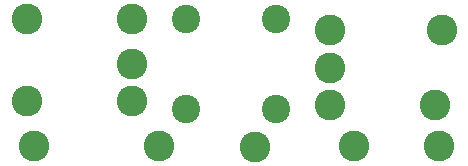
<source format=gbr>
%FSLAX34Y34*%
%MOMM*%
%LNSOLDERMASK_TOP*%
G71*
G01*
%ADD10C,2.400*%
%ADD11C,2.600*%
%LPD*%
X-45317Y-2969D02*
G54D10*
D03*
X-45317Y73231D02*
G54D10*
D03*
X-121517Y73231D02*
G54D10*
D03*
X-121517Y-2969D02*
G54D10*
D03*
X-256540Y73143D02*
G54D11*
D03*
X-256540Y3293D02*
G54D11*
D03*
X-167640Y73143D02*
G54D11*
D03*
X-167640Y35043D02*
G54D11*
D03*
X-167640Y3293D02*
G54D11*
D03*
X88900Y0D02*
G54D11*
D03*
X95250Y63500D02*
G54D11*
D03*
X0Y0D02*
G54D11*
D03*
X0Y31750D02*
G54D11*
D03*
X0Y63500D02*
G54D11*
D03*
X-144190Y-34280D02*
G54D11*
D03*
X-63089Y-35017D02*
G54D11*
D03*
X20910Y-34280D02*
G54D11*
D03*
X-250190Y-34807D02*
G54D11*
D03*
X92710Y-34807D02*
G54D11*
D03*
M02*

</source>
